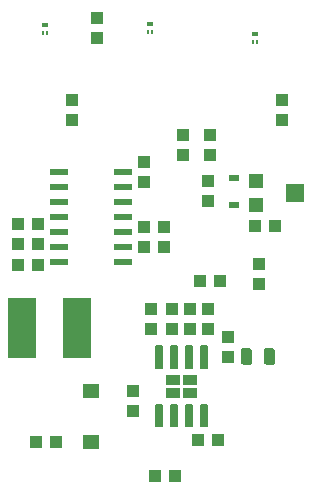
<source format=gbr>
G04 EAGLE Gerber RS-274X export*
G75*
%MOMM*%
%FSLAX34Y34*%
%LPD*%
%INSolderpaste Bottom*%
%IPPOS*%
%AMOC8*
5,1,8,0,0,1.08239X$1,22.5*%
G01*
%ADD10R,1.160000X0.810000*%
%ADD11C,0.150000*%
%ADD12R,1.000000X1.100000*%
%ADD13R,1.100000X1.000000*%
%ADD14R,0.830000X0.630000*%
%ADD15R,1.470000X1.270000*%
%ADD16C,0.443700*%
%ADD17R,1.500000X0.600000*%
%ADD18R,2.400000X5.100000*%
%ADD19R,1.200000X1.200000*%
%ADD20R,1.600000X1.500000*%
%ADD21R,0.550000X0.300000*%
%ADD22R,0.200000X0.300000*%

G36*
X251482Y123663D02*
X251482Y123663D01*
X251484Y123661D01*
X251828Y123688D01*
X251832Y123692D01*
X251836Y123689D01*
X252172Y123770D01*
X252175Y123775D01*
X252179Y123773D01*
X252498Y123905D01*
X252501Y123910D01*
X252505Y123908D01*
X252799Y124088D01*
X252801Y124093D01*
X252805Y124093D01*
X253068Y124317D01*
X253069Y124322D01*
X253074Y124322D01*
X253298Y124585D01*
X253298Y124591D01*
X253302Y124591D01*
X253482Y124885D01*
X253481Y124891D01*
X253486Y124892D01*
X253618Y125211D01*
X253616Y125217D01*
X253620Y125218D01*
X253701Y125554D01*
X253697Y125562D01*
X253702Y125566D01*
X253729Y135710D01*
X253727Y135712D01*
X253729Y135714D01*
X253702Y136058D01*
X253698Y136062D01*
X253701Y136066D01*
X253620Y136402D01*
X253615Y136405D01*
X253618Y136409D01*
X253486Y136728D01*
X253480Y136731D01*
X253482Y136735D01*
X253302Y137029D01*
X253297Y137031D01*
X253298Y137035D01*
X253074Y137298D01*
X253068Y137299D01*
X253068Y137304D01*
X252805Y137528D01*
X252799Y137528D01*
X252799Y137532D01*
X252505Y137712D01*
X252499Y137711D01*
X252498Y137716D01*
X252179Y137848D01*
X252173Y137846D01*
X252172Y137850D01*
X251836Y137931D01*
X251830Y137929D01*
X251828Y137932D01*
X251484Y137959D01*
X251481Y137958D01*
X251480Y137959D01*
X247180Y137959D01*
X247178Y137957D01*
X247176Y137959D01*
X246832Y137932D01*
X246828Y137928D01*
X246824Y137931D01*
X246488Y137850D01*
X246485Y137845D01*
X246481Y137848D01*
X246162Y137716D01*
X246159Y137710D01*
X246155Y137712D01*
X245861Y137532D01*
X245859Y137527D01*
X245855Y137528D01*
X245592Y137304D01*
X245591Y137298D01*
X245587Y137298D01*
X245363Y137035D01*
X245362Y137029D01*
X245358Y137029D01*
X245178Y136735D01*
X245179Y136729D01*
X245175Y136728D01*
X245043Y136409D01*
X245044Y136403D01*
X245040Y136402D01*
X244959Y136066D01*
X244963Y136058D01*
X244958Y136054D01*
X244931Y125910D01*
X244933Y125908D01*
X244931Y125906D01*
X244958Y125562D01*
X244962Y125558D01*
X244959Y125554D01*
X245040Y125218D01*
X245045Y125215D01*
X245043Y125211D01*
X245175Y124892D01*
X245180Y124889D01*
X245178Y124885D01*
X245358Y124591D01*
X245363Y124589D01*
X245363Y124585D01*
X245587Y124322D01*
X245592Y124321D01*
X245592Y124317D01*
X245855Y124093D01*
X245861Y124092D01*
X245861Y124088D01*
X246155Y123908D01*
X246161Y123909D01*
X246162Y123905D01*
X246481Y123773D01*
X246487Y123774D01*
X246488Y123770D01*
X246824Y123689D01*
X246830Y123691D01*
X246832Y123688D01*
X247176Y123661D01*
X247179Y123663D01*
X247180Y123661D01*
X251480Y123661D01*
X251482Y123663D01*
G37*
G36*
X270982Y123663D02*
X270982Y123663D01*
X270984Y123661D01*
X271328Y123688D01*
X271332Y123692D01*
X271336Y123689D01*
X271672Y123770D01*
X271675Y123775D01*
X271679Y123773D01*
X271998Y123905D01*
X272001Y123910D01*
X272005Y123908D01*
X272299Y124088D01*
X272301Y124093D01*
X272305Y124093D01*
X272568Y124317D01*
X272569Y124322D01*
X272574Y124322D01*
X272798Y124585D01*
X272798Y124591D01*
X272802Y124591D01*
X272982Y124885D01*
X272981Y124891D01*
X272986Y124892D01*
X273118Y125211D01*
X273116Y125217D01*
X273120Y125218D01*
X273201Y125554D01*
X273197Y125562D01*
X273202Y125566D01*
X273229Y135710D01*
X273227Y135712D01*
X273229Y135714D01*
X273202Y136058D01*
X273198Y136062D01*
X273201Y136066D01*
X273120Y136402D01*
X273115Y136405D01*
X273118Y136409D01*
X272986Y136728D01*
X272980Y136731D01*
X272982Y136735D01*
X272802Y137029D01*
X272797Y137031D01*
X272798Y137035D01*
X272574Y137298D01*
X272568Y137299D01*
X272568Y137304D01*
X272305Y137528D01*
X272299Y137528D01*
X272299Y137532D01*
X272005Y137712D01*
X271999Y137711D01*
X271998Y137716D01*
X271679Y137848D01*
X271673Y137846D01*
X271672Y137850D01*
X271336Y137931D01*
X271330Y137929D01*
X271328Y137932D01*
X270984Y137959D01*
X270981Y137958D01*
X270980Y137959D01*
X266680Y137959D01*
X266678Y137957D01*
X266676Y137959D01*
X266332Y137932D01*
X266328Y137928D01*
X266324Y137931D01*
X265988Y137850D01*
X265985Y137845D01*
X265981Y137848D01*
X265662Y137716D01*
X265659Y137710D01*
X265655Y137712D01*
X265361Y137532D01*
X265359Y137527D01*
X265355Y137528D01*
X265092Y137304D01*
X265091Y137298D01*
X265087Y137298D01*
X264863Y137035D01*
X264862Y137029D01*
X264858Y137029D01*
X264678Y136735D01*
X264679Y136729D01*
X264675Y136728D01*
X264543Y136409D01*
X264544Y136403D01*
X264540Y136402D01*
X264459Y136066D01*
X264463Y136058D01*
X264458Y136054D01*
X264431Y125910D01*
X264433Y125908D01*
X264431Y125906D01*
X264458Y125562D01*
X264462Y125558D01*
X264459Y125554D01*
X264540Y125218D01*
X264545Y125215D01*
X264543Y125211D01*
X264675Y124892D01*
X264680Y124889D01*
X264678Y124885D01*
X264858Y124591D01*
X264863Y124589D01*
X264863Y124585D01*
X265087Y124322D01*
X265092Y124321D01*
X265092Y124317D01*
X265355Y124093D01*
X265361Y124092D01*
X265361Y124088D01*
X265655Y123908D01*
X265661Y123909D01*
X265662Y123905D01*
X265981Y123773D01*
X265987Y123774D01*
X265988Y123770D01*
X266324Y123689D01*
X266330Y123691D01*
X266332Y123688D01*
X266676Y123661D01*
X266679Y123663D01*
X266680Y123661D01*
X270980Y123661D01*
X270982Y123663D01*
G37*
D10*
X187210Y110760D03*
X187210Y100060D03*
X201410Y110760D03*
X201410Y100060D03*
D11*
X173010Y121060D02*
X173010Y139260D01*
X177510Y139260D01*
X177510Y121060D01*
X173010Y121060D01*
X173010Y122485D02*
X177510Y122485D01*
X177510Y123910D02*
X173010Y123910D01*
X173010Y125335D02*
X177510Y125335D01*
X177510Y126760D02*
X173010Y126760D01*
X173010Y128185D02*
X177510Y128185D01*
X177510Y129610D02*
X173010Y129610D01*
X173010Y131035D02*
X177510Y131035D01*
X177510Y132460D02*
X173010Y132460D01*
X173010Y133885D02*
X177510Y133885D01*
X177510Y135310D02*
X173010Y135310D01*
X173010Y136735D02*
X177510Y136735D01*
X177510Y138160D02*
X173010Y138160D01*
X185710Y139260D02*
X185710Y121060D01*
X185710Y139260D02*
X190210Y139260D01*
X190210Y121060D01*
X185710Y121060D01*
X185710Y122485D02*
X190210Y122485D01*
X190210Y123910D02*
X185710Y123910D01*
X185710Y125335D02*
X190210Y125335D01*
X190210Y126760D02*
X185710Y126760D01*
X185710Y128185D02*
X190210Y128185D01*
X190210Y129610D02*
X185710Y129610D01*
X185710Y131035D02*
X190210Y131035D01*
X190210Y132460D02*
X185710Y132460D01*
X185710Y133885D02*
X190210Y133885D01*
X190210Y135310D02*
X185710Y135310D01*
X185710Y136735D02*
X190210Y136735D01*
X190210Y138160D02*
X185710Y138160D01*
X198410Y139260D02*
X198410Y121060D01*
X198410Y139260D02*
X202910Y139260D01*
X202910Y121060D01*
X198410Y121060D01*
X198410Y122485D02*
X202910Y122485D01*
X202910Y123910D02*
X198410Y123910D01*
X198410Y125335D02*
X202910Y125335D01*
X202910Y126760D02*
X198410Y126760D01*
X198410Y128185D02*
X202910Y128185D01*
X202910Y129610D02*
X198410Y129610D01*
X198410Y131035D02*
X202910Y131035D01*
X202910Y132460D02*
X198410Y132460D01*
X198410Y133885D02*
X202910Y133885D01*
X202910Y135310D02*
X198410Y135310D01*
X198410Y136735D02*
X202910Y136735D01*
X202910Y138160D02*
X198410Y138160D01*
X211110Y139260D02*
X211110Y121060D01*
X211110Y139260D02*
X215610Y139260D01*
X215610Y121060D01*
X211110Y121060D01*
X211110Y122485D02*
X215610Y122485D01*
X215610Y123910D02*
X211110Y123910D01*
X211110Y125335D02*
X215610Y125335D01*
X215610Y126760D02*
X211110Y126760D01*
X211110Y128185D02*
X215610Y128185D01*
X215610Y129610D02*
X211110Y129610D01*
X211110Y131035D02*
X215610Y131035D01*
X215610Y132460D02*
X211110Y132460D01*
X211110Y133885D02*
X215610Y133885D01*
X215610Y135310D02*
X211110Y135310D01*
X211110Y136735D02*
X215610Y136735D01*
X215610Y138160D02*
X211110Y138160D01*
X211110Y89760D02*
X211110Y71560D01*
X211110Y89760D02*
X215610Y89760D01*
X215610Y71560D01*
X211110Y71560D01*
X211110Y72985D02*
X215610Y72985D01*
X215610Y74410D02*
X211110Y74410D01*
X211110Y75835D02*
X215610Y75835D01*
X215610Y77260D02*
X211110Y77260D01*
X211110Y78685D02*
X215610Y78685D01*
X215610Y80110D02*
X211110Y80110D01*
X211110Y81535D02*
X215610Y81535D01*
X215610Y82960D02*
X211110Y82960D01*
X211110Y84385D02*
X215610Y84385D01*
X215610Y85810D02*
X211110Y85810D01*
X211110Y87235D02*
X215610Y87235D01*
X215610Y88660D02*
X211110Y88660D01*
X198410Y89760D02*
X198410Y71560D01*
X198410Y89760D02*
X202910Y89760D01*
X202910Y71560D01*
X198410Y71560D01*
X198410Y72985D02*
X202910Y72985D01*
X202910Y74410D02*
X198410Y74410D01*
X198410Y75835D02*
X202910Y75835D01*
X202910Y77260D02*
X198410Y77260D01*
X198410Y78685D02*
X202910Y78685D01*
X202910Y80110D02*
X198410Y80110D01*
X198410Y81535D02*
X202910Y81535D01*
X202910Y82960D02*
X198410Y82960D01*
X198410Y84385D02*
X202910Y84385D01*
X202910Y85810D02*
X198410Y85810D01*
X198410Y87235D02*
X202910Y87235D01*
X202910Y88660D02*
X198410Y88660D01*
X185710Y89760D02*
X185710Y71560D01*
X185710Y89760D02*
X190210Y89760D01*
X190210Y71560D01*
X185710Y71560D01*
X185710Y72985D02*
X190210Y72985D01*
X190210Y74410D02*
X185710Y74410D01*
X185710Y75835D02*
X190210Y75835D01*
X190210Y77260D02*
X185710Y77260D01*
X185710Y78685D02*
X190210Y78685D01*
X190210Y80110D02*
X185710Y80110D01*
X185710Y81535D02*
X190210Y81535D01*
X190210Y82960D02*
X185710Y82960D01*
X185710Y84385D02*
X190210Y84385D01*
X190210Y85810D02*
X185710Y85810D01*
X185710Y87235D02*
X190210Y87235D01*
X190210Y88660D02*
X185710Y88660D01*
X173010Y89760D02*
X173010Y71560D01*
X173010Y89760D02*
X177510Y89760D01*
X177510Y71560D01*
X173010Y71560D01*
X173010Y72985D02*
X177510Y72985D01*
X177510Y74410D02*
X173010Y74410D01*
X173010Y75835D02*
X177510Y75835D01*
X177510Y77260D02*
X173010Y77260D01*
X173010Y78685D02*
X177510Y78685D01*
X177510Y80110D02*
X173010Y80110D01*
X173010Y81535D02*
X177510Y81535D01*
X177510Y82960D02*
X173010Y82960D01*
X173010Y84385D02*
X177510Y84385D01*
X177510Y85810D02*
X173010Y85810D01*
X173010Y87235D02*
X177510Y87235D01*
X177510Y88660D02*
X173010Y88660D01*
D12*
X217170Y262010D03*
X217170Y279010D03*
X153670Y84210D03*
X153670Y101210D03*
D13*
X71510Y58420D03*
X88510Y58420D03*
D12*
X201930Y154060D03*
X201930Y171060D03*
D13*
X188840Y29210D03*
X171840Y29210D03*
X209940Y194310D03*
X226940Y194310D03*
D14*
X238760Y259010D03*
X238760Y282010D03*
D15*
X118110Y58510D03*
X118110Y101510D03*
D13*
X73270Y242570D03*
X56270Y242570D03*
D12*
X123190Y400440D03*
X123190Y417440D03*
D13*
X162950Y240030D03*
X179950Y240030D03*
X162950Y223520D03*
X179950Y223520D03*
X73270Y208280D03*
X56270Y208280D03*
X73270Y226060D03*
X56270Y226060D03*
D12*
X162560Y278520D03*
X162560Y295520D03*
X218440Y318380D03*
X218440Y301380D03*
X101600Y347590D03*
X101600Y330590D03*
X195580Y301380D03*
X195580Y318380D03*
X279400Y347590D03*
X279400Y330590D03*
D13*
X273930Y241300D03*
X256930Y241300D03*
D12*
X233680Y146930D03*
X233680Y129930D03*
X168910Y154060D03*
X168910Y171060D03*
X186690Y171060D03*
X186690Y154060D03*
D13*
X225670Y59690D03*
X208670Y59690D03*
D12*
X217170Y154060D03*
X217170Y171060D03*
D16*
X247198Y135692D02*
X251462Y135692D01*
X251462Y125928D01*
X247198Y125928D01*
X247198Y135692D01*
X247198Y130143D02*
X251462Y130143D01*
X251462Y134358D02*
X247198Y134358D01*
X266698Y125928D02*
X270962Y125928D01*
X266698Y125928D02*
X266698Y135692D01*
X270962Y135692D01*
X270962Y125928D01*
X270962Y130143D02*
X266698Y130143D01*
X266698Y134358D02*
X270962Y134358D01*
D17*
X145110Y248920D03*
X145110Y261620D03*
X145110Y274320D03*
X145110Y236220D03*
X145110Y223520D03*
X145110Y210820D03*
X145110Y287020D03*
X91110Y287020D03*
X91110Y274320D03*
X91110Y261620D03*
X91110Y248920D03*
X91110Y236220D03*
X91110Y223520D03*
X91110Y210820D03*
D18*
X106050Y154940D03*
X59050Y154940D03*
D19*
X257340Y259240D03*
D20*
X290590Y269240D03*
D19*
X257340Y279240D03*
D12*
X260350Y192160D03*
X260350Y209160D03*
D21*
X78740Y410920D03*
D22*
X76990Y404420D03*
X80490Y404420D03*
D21*
X167640Y412190D03*
D22*
X165890Y405690D03*
X169390Y405690D03*
D21*
X256540Y403300D03*
D22*
X254790Y396800D03*
X258290Y396800D03*
M02*

</source>
